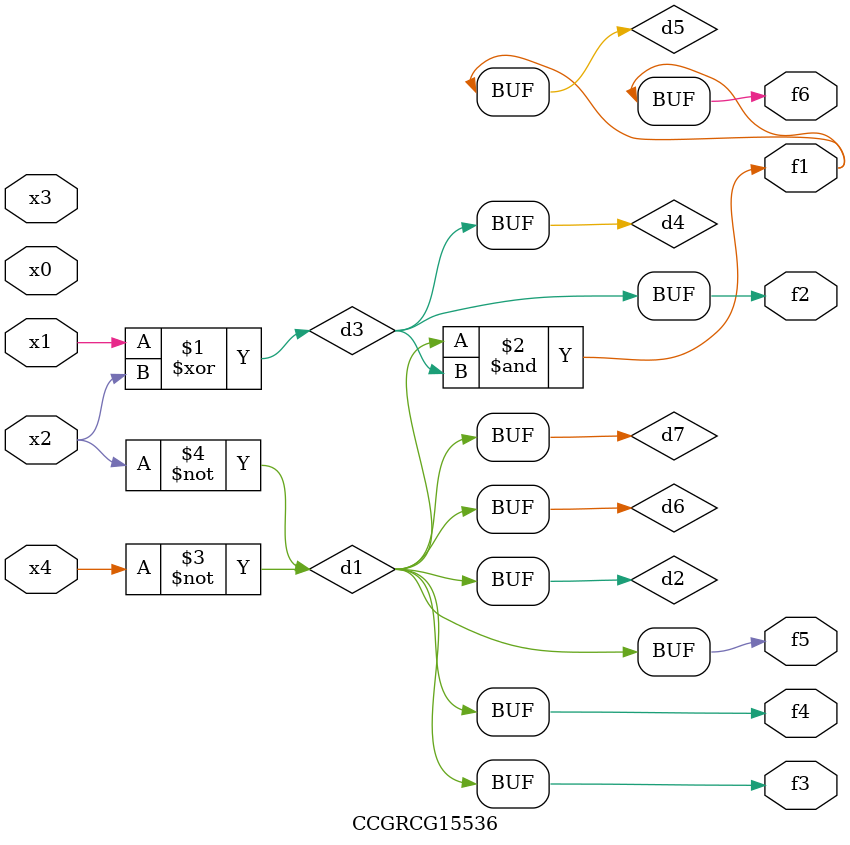
<source format=v>
module CCGRCG15536(
	input x0, x1, x2, x3, x4,
	output f1, f2, f3, f4, f5, f6
);

	wire d1, d2, d3, d4, d5, d6, d7;

	not (d1, x4);
	not (d2, x2);
	xor (d3, x1, x2);
	buf (d4, d3);
	and (d5, d1, d3);
	buf (d6, d1, d2);
	buf (d7, d2);
	assign f1 = d5;
	assign f2 = d4;
	assign f3 = d7;
	assign f4 = d7;
	assign f5 = d7;
	assign f6 = d5;
endmodule

</source>
